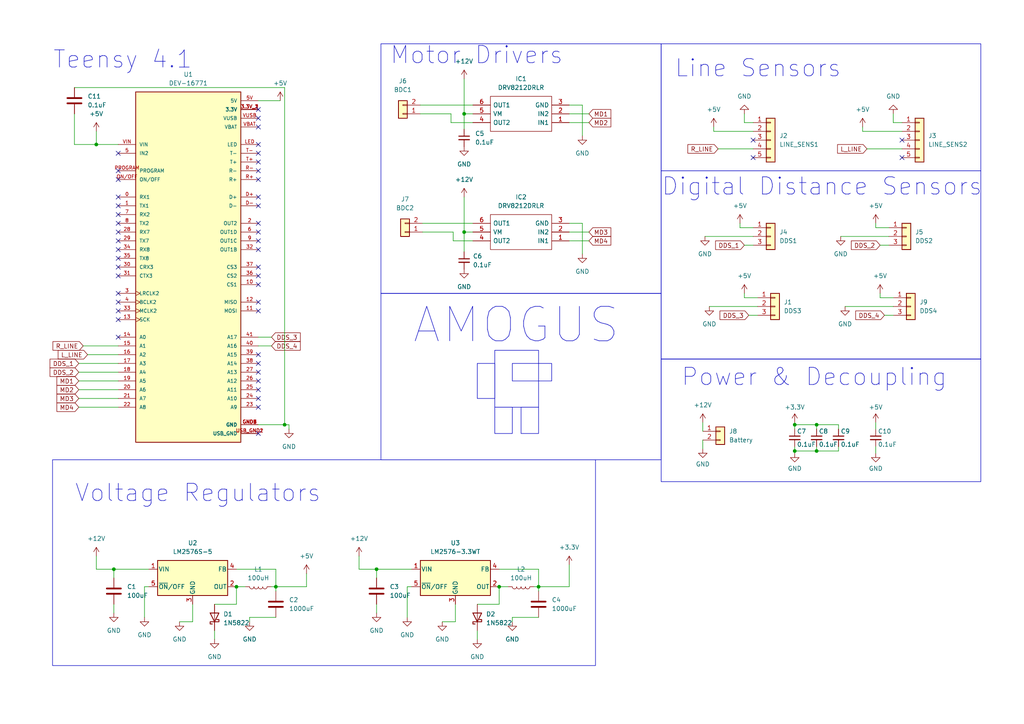
<source format=kicad_sch>
(kicad_sch (version 20230121) (generator eeschema)
  (paper "A4")
  (lib_symbols
    (symbol "C_2" (pin_numbers hide) (pin_names (offset 0.254))
      (property "Reference" "C" (at 0.635 2.54 0))
      (property "Value" "C" (at 0.635 -2.54 0))
      (symbol "C_2_0_1"
        (polyline (pts (xy -2.032 -0.762) (xy 2.032 -0.762)) (stroke (width 0.508)))
        (polyline (pts (xy -2.032 0.762) (xy 2.032 0.762)) (stroke (width 0.508)))
      )
      (symbol "C_2_1_1"
        (pin passive line (at 0 3.81 270) (length 2.794) (name "~") (number "1"))
        (pin passive line (at 0 -3.81 90) (length 2.794) (name "~") (number "2"))
      )
    )
    (symbol "C_3" (pin_numbers hide) (pin_names (offset 0.254))
      (property "Reference" "C" (at 0.635 2.54 0))
      (property "Value" "C" (at 0.635 -2.54 0))
      (symbol "C_3_0_1"
        (polyline (pts (xy -2.032 -0.762) (xy 2.032 -0.762)) (stroke (width 0.508)))
        (polyline (pts (xy -2.032 0.762) (xy 2.032 0.762)) (stroke (width 0.508)))
      )
      (symbol "C_3_1_1"
        (pin passive line (at 0 3.81 270) (length 2.794) (name "~") (number "1"))
        (pin passive line (at 0 -3.81 90) (length 2.794) (name "~") (number "2"))
      )
    )
    (symbol "C_4" (pin_numbers hide) (pin_names (offset 0.254))
      (property "Reference" "C" (at 0.635 2.54 0))
      (property "Value" "C" (at 0.635 -2.54 0))
      (symbol "C_4_0_1"
        (polyline (pts (xy -2.032 -0.762) (xy 2.032 -0.762)) (stroke (width 0.508)))
        (polyline (pts (xy -2.032 0.762) (xy 2.032 0.762)) (stroke (width 0.508)))
      )
      (symbol "C_4_1_1"
        (pin passive line (at 0 3.81 270) (length 2.794) (name "~") (number "1"))
        (pin passive line (at 0 -3.81 90) (length 2.794) (name "~") (number "2"))
      )
    )
    (symbol "Connector_Generic:Conn_01x02" (pin_names (offset 1.016) hide)
      (property "Reference" "J" (at 0 2.54 0))
      (property "Value" "Conn_01x02" (at 0 -5.08 0))
      (symbol "Conn_01x02_1_1"
        (rectangle (start -1.27 -2.413) (end 0 -2.667) (stroke (width 0.1524)))
        (rectangle (start -1.27 0.127) (end 0 -0.127) (stroke (width 0.1524)))
        (rectangle (start -1.27 1.27) (end 1.27 -3.81) (stroke (width 0.254)) (fill (type background)))
        (pin passive line (at -5.08 0 0) (length 3.81) (name "Pin_1") (number "1"))
        (pin passive line (at -5.08 -2.54 0) (length 3.81) (name "Pin_2") (number "2"))
      )
    )
    (symbol "Connector_Generic:Conn_01x03" (pin_names (offset 1.016) hide)
      (property "Reference" "J" (at 0 5.08 0))
      (property "Value" "Conn_01x03" (at 0 -5.08 0))
      (symbol "Conn_01x03_1_1"
        (rectangle (start -1.27 -2.413) (end 0 -2.667) (stroke (width 0.1524)))
        (rectangle (start -1.27 0.127) (end 0 -0.127) (stroke (width 0.1524)))
        (rectangle (start -1.27 2.667) (end 0 2.413) (stroke (width 0.1524)))
        (rectangle (start -1.27 3.81) (end 1.27 -3.81) (stroke (width 0.254)) (fill (type background)))
        (pin passive line (at -5.08 2.54 0) (length 3.81) (name "Pin_1") (number "1"))
        (pin passive line (at -5.08 0 0) (length 3.81) (name "Pin_2") (number "2"))
        (pin passive line (at -5.08 -2.54 0) (length 3.81) (name "Pin_3") (number "3"))
      )
    )
    (symbol "Connector_Generic:Conn_01x05" (pin_names (offset 1.016) hide)
      (property "Reference" "J" (at 0 7.62 0))
      (property "Value" "Conn_01x05" (at 0 -7.62 0))
      (symbol "Conn_01x05_1_1"
        (rectangle (start -1.27 -4.953) (end 0 -5.207) (stroke (width 0.1524)))
        (rectangle (start -1.27 -2.413) (end 0 -2.667) (stroke (width 0.1524)))
        (rectangle (start -1.27 0.127) (end 0 -0.127) (stroke (width 0.1524)))
        (rectangle (start -1.27 2.667) (end 0 2.413) (stroke (width 0.1524)))
        (rectangle (start -1.27 5.207) (end 0 4.953) (stroke (width 0.1524)))
        (rectangle (start -1.27 6.35) (end 1.27 -6.35) (stroke (width 0.254)) (fill (type background)))
        (pin passive line (at -5.08 5.08 0) (length 3.81) (name "Pin_1") (number "1"))
        (pin passive line (at -5.08 2.54 0) (length 3.81) (name "Pin_2") (number "2"))
        (pin passive line (at -5.08 0 0) (length 3.81) (name "Pin_3") (number "3"))
        (pin passive line (at -5.08 -2.54 0) (length 3.81) (name "Pin_4") (number "4"))
        (pin passive line (at -5.08 -5.08 0) (length 3.81) (name "Pin_5") (number "5"))
      )
    )
    (symbol "DEV-16771:DEV-16771" (pin_names (offset 1.016))
      (property "Reference" "U" (at -15.24 52.07 0))
      (property "Value" "DEV-16771" (at -15.24 -53.34 0))
      (symbol "DEV-16771_0_0"
        (rectangle (start -15.24 -50.8) (end 15.24 50.8) (stroke (width 0.254)) (fill (type background)))
        (pin bidirectional line (at -20.32 20.32 0) (length 5.08) (name "RX1") (number "0"))
        (pin bidirectional line (at -20.32 17.78 0) (length 5.08) (name "TX1") (number "1"))
        (pin bidirectional line (at 20.32 -5.08 180) (length 5.08) (name "CS1") (number "10"))
        (pin bidirectional line (at 20.32 -12.7 180) (length 5.08) (name "MOSI") (number "11"))
        (pin bidirectional line (at 20.32 -10.16 180) (length 5.08) (name "MISO") (number "12"))
        (pin bidirectional clock (at -20.32 -15.24 0) (length 5.08) (name "SCK") (number "13"))
        (pin bidirectional line (at -20.32 -20.32 0) (length 5.08) (name "A0") (number "14"))
        (pin bidirectional line (at -20.32 -22.86 0) (length 5.08) (name "A1") (number "15"))
        (pin bidirectional line (at -20.32 -25.4 0) (length 5.08) (name "A2") (number "16"))
        (pin bidirectional line (at -20.32 -27.94 0) (length 5.08) (name "A3") (number "17"))
        (pin bidirectional line (at -20.32 -30.48 0) (length 5.08) (name "A4") (number "18"))
        (pin bidirectional line (at -20.32 -33.02 0) (length 5.08) (name "A5") (number "19"))
        (pin output line (at 20.32 12.7 180) (length 5.08) (name "OUT2") (number "2"))
        (pin bidirectional line (at -20.32 -35.56 0) (length 5.08) (name "A6") (number "20"))
        (pin bidirectional line (at -20.32 -38.1 0) (length 5.08) (name "A7") (number "21"))
        (pin bidirectional line (at -20.32 -40.64 0) (length 5.08) (name "A8") (number "22"))
        (pin bidirectional line (at 20.32 -40.64 180) (length 5.08) (name "A9") (number "23"))
        (pin bidirectional line (at 20.32 -38.1 180) (length 5.08) (name "A10") (number "24"))
        (pin bidirectional line (at 20.32 -35.56 180) (length 5.08) (name "A11") (number "25"))
        (pin bidirectional line (at 20.32 -33.02 180) (length 5.08) (name "A12") (number "26"))
        (pin bidirectional line (at 20.32 -30.48 180) (length 5.08) (name "A13") (number "27"))
        (pin bidirectional line (at -20.32 10.16 0) (length 5.08) (name "RX7") (number "28"))
        (pin bidirectional line (at -20.32 7.62 0) (length 5.08) (name "TX7") (number "29"))
        (pin bidirectional clock (at -20.32 -7.62 0) (length 5.08) (name "LRCLK2") (number "3"))
        (pin power_in line (at 20.32 45.72 180) (length 5.08) (name "3.3V") (number "3.3V_1"))
        (pin power_in line (at 20.32 45.72 180) (length 5.08) (name "3.3V") (number "3.3V_2"))
        (pin power_in line (at 20.32 45.72 180) (length 5.08) (name "3.3V") (number "3.3V_3"))
        (pin bidirectional line (at -20.32 0 0) (length 5.08) (name "CRX3") (number "30"))
        (pin bidirectional line (at -20.32 -2.54 0) (length 5.08) (name "CTX3") (number "31"))
        (pin output line (at 20.32 5.08 180) (length 5.08) (name "OUT1B") (number "32"))
        (pin bidirectional clock (at -20.32 -12.7 0) (length 5.08) (name "MCLK2") (number "33"))
        (pin bidirectional line (at -20.32 5.08 0) (length 5.08) (name "RX8") (number "34"))
        (pin bidirectional line (at -20.32 2.54 0) (length 5.08) (name "TX8") (number "35"))
        (pin bidirectional line (at 20.32 -2.54 180) (length 5.08) (name "CS2") (number "36"))
        (pin bidirectional line (at 20.32 0 180) (length 5.08) (name "CS3") (number "37"))
        (pin bidirectional line (at 20.32 -27.94 180) (length 5.08) (name "A14") (number "38"))
        (pin bidirectional line (at 20.32 -25.4 180) (length 5.08) (name "A15") (number "39"))
        (pin bidirectional clock (at -20.32 -10.16 0) (length 5.08) (name "BCLK2") (number "4"))
        (pin bidirectional line (at 20.32 -22.86 180) (length 5.08) (name "A16") (number "40"))
        (pin bidirectional line (at 20.32 -20.32 180) (length 5.08) (name "A17") (number "41"))
        (pin bidirectional line (at -20.32 33.02 0) (length 5.08) (name "IN2") (number "5"))
        (pin power_in line (at 20.32 48.26 180) (length 5.08) (name "5V") (number "5V"))
        (pin output line (at 20.32 10.16 180) (length 5.08) (name "OUT1D") (number "6"))
        (pin bidirectional line (at -20.32 15.24 0) (length 5.08) (name "RX2") (number "7"))
        (pin bidirectional line (at -20.32 12.7 0) (length 5.08) (name "TX2") (number "8"))
        (pin output line (at 20.32 7.62 180) (length 5.08) (name "OUT1C") (number "9"))
        (pin bidirectional line (at 20.32 20.32 180) (length 5.08) (name "D+") (number "D+"))
        (pin bidirectional line (at 20.32 17.78 180) (length 5.08) (name "D-") (number "D-"))
        (pin power_in line (at 20.32 -45.72 180) (length 5.08) (name "GND") (number "GND1"))
        (pin power_in line (at 20.32 -45.72 180) (length 5.08) (name "GND") (number "GND2"))
        (pin power_in line (at 20.32 -45.72 180) (length 5.08) (name "GND") (number "GND3"))
        (pin power_in line (at 20.32 -45.72 180) (length 5.08) (name "GND") (number "GND4"))
        (pin power_in line (at 20.32 -45.72 180) (length 5.08) (name "GND") (number "GND5"))
        (pin bidirectional line (at 20.32 35.56 180) (length 5.08) (name "LED") (number "LED"))
        (pin bidirectional line (at -20.32 25.4 0) (length 5.08) (name "ON/OFF") (number "ON/OFF"))
        (pin bidirectional line (at -20.32 27.94 0) (length 5.08) (name "PROGRAM") (number "PROGRAM"))
        (pin bidirectional line (at 20.32 25.4 180) (length 5.08) (name "R+") (number "R+"))
        (pin bidirectional line (at 20.32 27.94 180) (length 5.08) (name "R-") (number "R-"))
        (pin bidirectional line (at 20.32 30.48 180) (length 5.08) (name "T+") (number "T+"))
        (pin bidirectional line (at 20.32 33.02 180) (length 5.08) (name "T-") (number "T-"))
        (pin power_in line (at 20.32 -48.26 180) (length 5.08) (name "USB_GND") (number "USB_GND1"))
        (pin power_in line (at 20.32 -48.26 180) (length 5.08) (name "USB_GND") (number "USB_GND2"))
        (pin passive line (at 20.32 40.64 180) (length 5.08) (name "VBAT") (number "VBAT"))
        (pin input line (at -20.32 35.56 0) (length 5.08) (name "VIN") (number "VIN"))
        (pin passive line (at 20.32 43.18 180) (length 5.08) (name "VUSB") (number "VUSB"))
      )
    )
    (symbol "DRV8212DRLR:DRV8212DRLR" (pin_names (offset 0.762))
      (property "Reference" "IC" (at 24.13 7.62 0))
      (property "Value" "DRV8212DRLR" (at 24.13 5.08 0))
      (symbol "DRV8212DRLR_0_0"
        (pin passive line (at 0 0 0) (length 5.08) (name "IN1") (number "1"))
        (pin passive line (at 0 -2.54 0) (length 5.08) (name "IN2") (number "2"))
        (pin passive line (at 0 -5.08 0) (length 5.08) (name "GND") (number "3"))
        (pin passive line (at 27.94 0 180) (length 5.08) (name "OUT2") (number "4"))
        (pin passive line (at 27.94 -2.54 180) (length 5.08) (name "VM") (number "5"))
        (pin passive line (at 27.94 -5.08 180) (length 5.08) (name "OUT1") (number "6"))
      )
      (symbol "DRV8212DRLR_0_1"
        (polyline (pts (xy 5.08 2.54) (xy 22.86 2.54) (xy 22.86 -7.62) (xy 5.08 -7.62) (xy 5.08 2.54)) (stroke (width 0.1524)))
      )
    )
    (symbol "Device:C" (pin_numbers hide) (pin_names (offset 0.254))
      (property "Reference" "C" (at 0.635 2.54 0))
      (property "Value" "C" (at 0.635 -2.54 0))
      (symbol "C_0_1"
        (polyline (pts (xy -2.032 -0.762) (xy 2.032 -0.762)) (stroke (width 0.508)))
        (polyline (pts (xy -2.032 0.762) (xy 2.032 0.762)) (stroke (width 0.508)))
      )
      (symbol "C_1_1"
        (pin passive line (at 0 3.81 270) (length 2.794) (name "~") (number "1"))
        (pin passive line (at 0 -3.81 90) (length 2.794) (name "~") (number "2"))
      )
    )
    (symbol "Device:C_Small" (pin_numbers hide) (pin_names (offset 0.254) hide)
      (property "Reference" "C" (at 0.254 1.778 0))
      (property "Value" "C_Small" (at 0.254 -2.032 0))
      (symbol "C_Small_0_1"
        (polyline (pts (xy -1.524 -0.508) (xy 1.524 -0.508)) (stroke (width 0.3302)))
        (polyline (pts (xy -1.524 0.508) (xy 1.524 0.508)) (stroke (width 0.3048)))
      )
      (symbol "C_Small_1_1"
        (pin passive line (at 0 2.54 270) (length 2.032) (name "~") (number "1"))
        (pin passive line (at 0 -2.54 90) (length 2.032) (name "~") (number "2"))
      )
    )
    (symbol "Device:L" (pin_numbers hide) (pin_names (offset 1.016) hide)
      (property "Reference" "L" (at -1.27 0 90))
      (property "Value" "L" (at 1.905 0 90))
      (symbol "L_0_1"
        (arc (start 0 -2.54) (mid 0.6323 -1.905) (end 0 -1.27))
        (arc (start 0 -1.27) (mid 0.6323 -0.635) (end 0 0))
        (arc (start 0 0) (mid 0.6323 0.635) (end 0 1.27))
        (arc (start 0 1.27) (mid 0.6323 1.905) (end 0 2.54))
      )
      (symbol "L_1_1"
        (pin passive line (at 0 3.81 270) (length 1.27) (name "1") (number "1"))
        (pin passive line (at 0 -3.81 90) (length 1.27) (name "2") (number "2"))
      )
    )
    (symbol "Diode:1N5822" (pin_numbers hide) (pin_names (offset 1.016) hide)
      (property "Reference" "D" (at 0 2.54 0))
      (property "Value" "1N5822" (at 0 -2.54 0))
      (symbol "1N5822_0_1"
        (polyline (pts (xy 1.27 0) (xy -1.27 0)))
        (polyline (pts (xy 1.27 1.27) (xy 1.27 -1.27) (xy -1.27 0) (xy 1.27 1.27)) (stroke (width 0.254)))
        (polyline (pts (xy -1.905 0.635) (xy -1.905 1.27) (xy -1.27 1.27) (xy -1.27 -1.27) (xy -0.635 -1.27) (xy -0.635 -0.635)) (stroke (width 0.254)))
      )
      (symbol "1N5822_1_1"
        (pin passive line (at -3.81 0 0) (length 2.54) (name "K") (number "1"))
        (pin passive line (at 3.81 0 180) (length 2.54) (name "A") (number "2"))
      )
    )
    (symbol "L_1" (pin_numbers hide) (pin_names (offset 1.016) hide)
      (property "Reference" "L" (at -1.27 0 90))
      (property "Value" "L" (at 1.905 0 90))
      (symbol "L_1_0_1"
        (arc (start 0 -2.54) (mid 0.6323 -1.905) (end 0 -1.27))
        (arc (start 0 -1.27) (mid 0.6323 -0.635) (end 0 0))
        (arc (start 0 0) (mid 0.6323 0.635) (end 0 1.27))
        (arc (start 0 1.27) (mid 0.6323 1.905) (end 0 2.54))
      )
      (symbol "L_1_1_1"
        (pin passive line (at 0 3.81 270) (length 1.27) (name "1") (number "1"))
        (pin passive line (at 0 -3.81 90) (length 1.27) (name "2") (number "2"))
      )
    )
    (symbol "Regulator_Switching:LM2576S-5" (pin_names (offset 0.254))
      (property "Reference" "U" (at -10.16 6.35 0))
      (property "Value" "LM2576S-5" (at 0 6.35 0))
      (symbol "LM2576S-5_0_1"
        (rectangle (start -10.16 5.08) (end 10.16 -5.08) (stroke (width 0.254)) (fill (type background)))
      )
      (symbol "LM2576S-5_1_1"
        (pin power_in line (at -12.7 2.54 0) (length 2.54) (name "VIN") (number "1"))
        (pin output line (at 12.7 -2.54 180) (length 2.54) (name "OUT") (number "2"))
        (pin power_in line (at 0 -7.62 90) (length 2.54) (name "GND") (number "3"))
        (pin input line (at 12.7 2.54 180) (length 2.54) (name "FB") (number "4"))
        (pin input line (at -12.7 -2.54 0) (length 2.54) (name "~{ON}/OFF") (number "5"))
      )
    )
    (symbol "power:+12V" (power) (pin_names (offset 0))
      (property "Value" "+12V" (at 0 3.556 0))
      (symbol "+12V_0_1"
        (polyline (pts (xy -0.762 1.27) (xy 0 2.54)))
        (polyline (pts (xy 0 0) (xy 0 2.54)))
        (polyline (pts (xy 0 2.54) (xy 0.762 1.27)))
      )
      (symbol "+12V_1_1"
        (pin power_in line (at 0 0 90) (length 0) hide (name "+12V") (number "1"))
      )
    )
    (symbol "power:+3.3V" (power) (pin_names (offset 0))
      (property "Value" "+3.3V" (at 0 3.556 0))
      (symbol "+3.3V_0_1"
        (polyline (pts (xy -0.762 1.27) (xy 0 2.54)))
        (polyline (pts (xy 0 0) (xy 0 2.54)))
        (polyline (pts (xy 0 2.54) (xy 0.762 1.27)))
      )
      (symbol "+3.3V_1_1"
        (pin power_in line (at 0 0 90) (length 0) hide (name "+3.3V") (number "1"))
      )
    )
    (symbol "power:+5V" (power) (pin_names (offset 0))
      (property "Value" "+5V" (at 0 3.556 0))
      (symbol "+5V_0_1"
        (polyline (pts (xy -0.762 1.27) (xy 0 2.54)))
        (polyline (pts (xy 0 0) (xy 0 2.54)))
        (polyline (pts (xy 0 2.54) (xy 0.762 1.27)))
      )
      (symbol "+5V_1_1"
        (pin power_in line (at 0 0 90) (length 0) hide (name "+5V") (number "1"))
      )
    )
    (symbol "power:GND" (power) (pin_names (offset 0))
      (property "Value" "GND" (at 0 -3.81 0))
      (symbol "GND_0_1"
        (polyline (pts (xy 0 0) (xy 0 -1.27) (xy 1.27 -1.27) (xy 0 -2.54) (xy -1.27 -1.27) (xy 0 -1.27)))
      )
      (symbol "GND_1_1"
        (pin power_in line (at 0 0 270) (length 0) hide (name "GND") (number "1"))
      )
    )
  )
  (junction (at 236.855 123.19))
  (junction (at 230.505 130.81))
  (junction (at 68.58 170.18))
  (junction (at 134.62 33.02))
  (junction (at 109.22 165.1))
  (junction (at 33.02 165.1))
  (junction (at 134.62 67.31))
  (junction (at 236.855 130.81))
  (junction (at 82.55 123.19))
  (junction (at 144.78 170.18))
  (junction (at 156.21 170.18))
  (junction (at 80.01 170.18))
  (junction (at 230.505 123.19))
  (junction (at 27.94 41.91))
  (no_connect (at 34.29 92.71))
  (no_connect (at 34.29 87.63))
  (no_connect (at 74.93 41.91))
  (no_connect (at 74.93 49.53))
  (no_connect (at 74.93 77.47))
  (no_connect (at 34.29 85.09))
  (no_connect (at 34.29 59.69))
  (no_connect (at 74.93 110.49))
  (no_connect (at 218.44 40.64))
  (no_connect (at 34.29 64.77))
  (no_connect (at 34.29 72.39))
  (no_connect (at 74.93 72.39))
  (no_connect (at 34.29 57.15))
  (no_connect (at 74.93 59.69))
  (no_connect (at 34.29 74.93))
  (no_connect (at 34.29 67.31))
  (no_connect (at 34.29 80.01))
  (no_connect (at 74.93 115.57))
  (no_connect (at 74.93 87.63))
  (no_connect (at 34.29 44.45))
  (no_connect (at 74.93 107.95))
  (no_connect (at 74.93 82.55))
  (no_connect (at 74.93 34.29))
  (no_connect (at 34.29 49.53))
  (no_connect (at 74.93 118.11))
  (no_connect (at 74.93 44.45))
  (no_connect (at 74.93 52.07))
  (no_connect (at 74.93 67.31))
  (no_connect (at 74.93 90.17))
  (no_connect (at 74.93 31.75))
  (no_connect (at 261.62 45.72))
  (no_connect (at 74.93 57.15))
  (no_connect (at 34.29 90.17))
  (no_connect (at 74.93 125.73))
  (no_connect (at 74.93 80.01))
  (no_connect (at 74.93 105.41))
  (no_connect (at 74.93 64.77))
  (no_connect (at 34.29 77.47))
  (no_connect (at 74.93 113.03))
  (no_connect (at 261.62 40.64))
  (no_connect (at 74.93 36.83))
  (no_connect (at 218.44 45.72))
  (no_connect (at 34.29 52.07))
  (no_connect (at 34.29 62.23))
  (no_connect (at 74.93 102.87))
  (no_connect (at 74.93 46.99))
  (no_connect (at 74.93 69.85))
  (no_connect (at 34.29 97.79))
  (no_connect (at 34.29 69.85))
  (wire (pts (xy 138.43 182.88) (xy 138.43 185.42)))
  (wire (pts (xy 156.21 179.07) (xy 148.59 179.07)))
  (wire (pts (xy 215.9 33.02) (xy 215.9 35.56)))
  (wire (pts (xy 121.92 33.02) (xy 130.81 33.02)))
  (wire (pts (xy 236.855 129.54) (xy 236.855 130.81)))
  (wire (pts (xy 104.14 161.29) (xy 104.14 165.1)))
  (wire (pts (xy 156.21 170.18) (xy 156.21 171.45)))
  (wire (pts (xy 214.63 66.04) (xy 218.44 66.04)))
  (wire (pts (xy 131.445 69.85) (xy 131.445 67.31)))
  (wire (pts (xy 215.9 35.56) (xy 218.44 35.56)))
  (wire (pts (xy 27.94 165.1) (xy 33.02 165.1)))
  (wire (pts (xy 256.54 91.44) (xy 259.08 91.44)))
  (wire (pts (xy 22.86 107.95) (xy 34.29 107.95)))
  (wire (pts (xy 122.555 64.77) (xy 137.16 64.77)))
  (wire (pts (xy 43.18 170.18) (xy 41.91 170.18)))
  (wire (pts (xy 144.78 165.1) (xy 156.21 165.1)))
  (wire (pts (xy 21.59 25.4) (xy 82.55 25.4)))
  (wire (pts (xy 156.21 170.18) (xy 165.1 170.18)))
  (wire (pts (xy 104.14 165.1) (xy 109.22 165.1)))
  (wire (pts (xy 215.9 85.09) (xy 215.9 86.36)))
  (wire (pts (xy 255.27 86.36) (xy 259.08 86.36)))
  (wire (pts (xy 144.78 170.18) (xy 147.32 170.18)))
  (wire (pts (xy 214.63 64.77) (xy 214.63 66.04)))
  (wire (pts (xy 205.74 88.9) (xy 219.71 88.9)))
  (wire (pts (xy 22.86 113.03) (xy 34.29 113.03)))
  (wire (pts (xy 72.39 179.07) (xy 72.39 180.34)))
  (wire (pts (xy 74.93 100.33) (xy 78.74 100.33)))
  (wire (pts (xy 215.9 71.12) (xy 218.44 71.12)))
  (wire (pts (xy 80.01 165.1) (xy 80.01 170.18)))
  (wire (pts (xy 218.44 38.1) (xy 207.01 38.1)))
  (wire (pts (xy 118.11 170.18) (xy 118.11 179.07)))
  (wire (pts (xy 230.505 123.19) (xy 230.505 124.46)))
  (wire (pts (xy 254 64.77) (xy 254 66.04)))
  (wire (pts (xy 74.93 97.79) (xy 78.74 97.79)))
  (wire (pts (xy 215.9 86.36) (xy 219.71 86.36)))
  (wire (pts (xy 82.55 25.4) (xy 82.55 123.19)))
  (wire (pts (xy 134.62 57.15) (xy 134.62 67.31)))
  (wire (pts (xy 230.505 130.81) (xy 230.505 131.445)))
  (wire (pts (xy 243.205 129.54) (xy 243.205 130.81)))
  (wire (pts (xy 132.08 180.34) (xy 128.27 180.34)))
  (wire (pts (xy 109.22 165.1) (xy 119.38 165.1)))
  (wire (pts (xy 259.08 35.56) (xy 261.62 35.56)))
  (wire (pts (xy 243.205 123.19) (xy 236.855 123.19)))
  (wire (pts (xy 74.93 29.21) (xy 81.28 29.21)))
  (wire (pts (xy 165.1 33.02) (xy 170.815 33.02)))
  (wire (pts (xy 165.1 163.83) (xy 165.1 170.18)))
  (wire (pts (xy 236.855 130.81) (xy 243.205 130.81)))
  (wire (pts (xy 80.01 179.07) (xy 72.39 179.07)))
  (wire (pts (xy 156.21 165.1) (xy 156.21 170.18)))
  (wire (pts (xy 22.86 118.11) (xy 34.29 118.11)))
  (wire (pts (xy 168.91 30.48) (xy 168.91 39.37)))
  (wire (pts (xy 55.88 180.34) (xy 52.07 180.34)))
  (wire (pts (xy 203.835 127.635) (xy 203.835 130.175)))
  (wire (pts (xy 243.205 124.46) (xy 243.205 123.19)))
  (wire (pts (xy 62.23 182.88) (xy 62.23 185.42)))
  (wire (pts (xy 203.835 125.095) (xy 203.835 122.555)))
  (wire (pts (xy 78.74 170.18) (xy 80.01 170.18)))
  (wire (pts (xy 55.88 175.26) (xy 55.88 180.34)))
  (wire (pts (xy 255.27 85.09) (xy 255.27 86.36)))
  (wire (pts (xy 80.01 170.18) (xy 80.01 171.45)))
  (wire (pts (xy 21.59 41.91) (xy 27.94 41.91)))
  (wire (pts (xy 27.94 41.91) (xy 34.29 41.91)))
  (wire (pts (xy 208.28 43.18) (xy 218.44 43.18)))
  (wire (pts (xy 83.82 123.19) (xy 83.82 124.46)))
  (wire (pts (xy 165.1 64.77) (xy 168.91 64.77)))
  (wire (pts (xy 230.505 130.81) (xy 236.855 130.81)))
  (wire (pts (xy 109.22 175.26) (xy 109.22 177.8)))
  (wire (pts (xy 144.78 175.26) (xy 144.78 170.18)))
  (wire (pts (xy 119.38 170.18) (xy 118.11 170.18)))
  (wire (pts (xy 68.58 165.1) (xy 80.01 165.1)))
  (wire (pts (xy 165.1 35.56) (xy 170.815 35.56)))
  (wire (pts (xy 27.94 41.91) (xy 27.94 38.1)))
  (wire (pts (xy 168.91 30.48) (xy 165.1 30.48)))
  (wire (pts (xy 243.84 68.58) (xy 257.81 68.58)))
  (wire (pts (xy 21.59 33.02) (xy 21.59 41.91)))
  (wire (pts (xy 230.505 129.54) (xy 230.505 130.81)))
  (wire (pts (xy 254 66.04) (xy 257.81 66.04)))
  (wire (pts (xy 134.62 22.86) (xy 134.62 33.02)))
  (wire (pts (xy 121.92 30.48) (xy 137.16 30.48)))
  (wire (pts (xy 130.81 33.02) (xy 130.81 35.56)))
  (wire (pts (xy 254 122.555) (xy 254 124.46)))
  (wire (pts (xy 207.01 38.1) (xy 207.01 36.83)))
  (wire (pts (xy 41.91 170.18) (xy 41.91 179.07)))
  (wire (pts (xy 22.86 110.49) (xy 34.29 110.49)))
  (wire (pts (xy 68.58 170.18) (xy 71.12 170.18)))
  (wire (pts (xy 137.16 69.85) (xy 131.445 69.85)))
  (wire (pts (xy 33.02 165.1) (xy 33.02 167.64)))
  (wire (pts (xy 204.47 68.58) (xy 218.44 68.58)))
  (wire (pts (xy 33.02 165.1) (xy 43.18 165.1)))
  (wire (pts (xy 230.505 122.555) (xy 230.505 123.19)))
  (wire (pts (xy 80.01 170.18) (xy 88.9 170.18)))
  (wire (pts (xy 148.59 179.07) (xy 148.59 180.34)))
  (wire (pts (xy 24.13 100.33) (xy 34.29 100.33)))
  (wire (pts (xy 25.4 102.87) (xy 34.29 102.87)))
  (wire (pts (xy 254 129.54) (xy 254 131.445)))
  (wire (pts (xy 88.9 166.37) (xy 88.9 170.18)))
  (wire (pts (xy 22.86 105.41) (xy 34.29 105.41)))
  (wire (pts (xy 154.94 170.18) (xy 156.21 170.18)))
  (wire (pts (xy 236.855 123.19) (xy 230.505 123.19)))
  (wire (pts (xy 259.08 33.02) (xy 259.08 35.56)))
  (wire (pts (xy 68.58 175.26) (xy 68.58 170.18)))
  (wire (pts (xy 82.55 123.19) (xy 83.82 123.19)))
  (wire (pts (xy 251.46 43.18) (xy 261.62 43.18)))
  (wire (pts (xy 138.43 175.26) (xy 144.78 175.26)))
  (wire (pts (xy 131.445 67.31) (xy 122.555 67.31)))
  (wire (pts (xy 22.86 115.57) (xy 34.29 115.57)))
  (wire (pts (xy 245.11 88.9) (xy 259.08 88.9)))
  (wire (pts (xy 250.19 38.1) (xy 250.19 36.83)))
  (wire (pts (xy 134.62 33.02) (xy 134.62 37.465)))
  (wire (pts (xy 217.17 91.44) (xy 219.71 91.44)))
  (wire (pts (xy 137.16 67.31) (xy 134.62 67.31)))
  (wire (pts (xy 109.22 165.1) (xy 109.22 167.64)))
  (wire (pts (xy 236.855 123.19) (xy 236.855 124.46)))
  (wire (pts (xy 165.1 67.31) (xy 170.815 67.31)))
  (wire (pts (xy 27.94 161.29) (xy 27.94 165.1)))
  (wire (pts (xy 74.93 123.19) (xy 82.55 123.19)))
  (wire (pts (xy 130.81 35.56) (xy 137.16 35.56)))
  (wire (pts (xy 261.62 38.1) (xy 250.19 38.1)))
  (wire (pts (xy 134.62 67.31) (xy 134.62 73.025)))
  (wire (pts (xy 168.91 73.66) (xy 168.91 64.77)))
  (wire (pts (xy 33.02 175.26) (xy 33.02 177.8)))
  (wire (pts (xy 165.1 69.85) (xy 170.815 69.85)))
  (wire (pts (xy 132.08 175.26) (xy 132.08 180.34)))
  (wire (pts (xy 255.27 71.12) (xy 257.81 71.12)))
  (wire (pts (xy 134.62 33.02) (xy 137.16 33.02)))
  (wire (pts (xy 62.23 175.26) (xy 68.58 175.26)))
  (rectangle (start 143.51 118.11) (end 148.59 125.73))
  (rectangle (start 148.59 105.41) (end 160.02 110.49))
  (rectangle (start 143.51 101.6) (end 156.21 118.11))
  (rectangle (start 151.13 118.11) (end 156.21 125.73))
  (rectangle (start 191.77 12.7) (end 284.48 49.53))
  (rectangle (start 110.49 85.09) (end 191.77 133.35))
  (rectangle (start 110.49 12.7) (end 191.77 85.09))
  (rectangle (start 191.77 49.53) (end 284.48 104.14))
  (rectangle (start 138.43 105.41) (end 143.51 115.57))
  (rectangle (start 15.24 133.35) (end 172.72 193.04))
  (rectangle (start 191.77 104.14) (end 284.48 139.7))
  (text "Power & Decoupling" (at 197.485 112.395 0) (effects (font (size 5 5)) (justify left bottom)))
  (text "Line Sensors" (at 195.58 22.86 0) (effects (font (size 5 5)) (justify left bottom)))
  (text "Teensy 4.1" (at 15.24 20.32 0) (effects (font (size 5 5)) (justify left bottom)))
  (text "Voltage Regulators" (at 21.59 146.05 0) (effects (font (size 5 5)) (justify left bottom)))
  (text "AMOGUS" (at 119.38 100.33 0) (effects (font (size 10 10)) (justify left bottom)))
  (text "Motor Drivers\n" (at 113.03 19.05 0) (effects (font (size 5 5)) (justify left bottom)))
  (text "Digital Distance Sensors\n" (at 191.77 57.15 0) (effects (font (size 5 5)) (justify left bottom)))
  (global_label "MD3" (shape input) (at 22.86 115.57 180) (property "Intersheetrefs" "${INTERSHEET_REFS}" (effects hide)))
  (global_label "DDS_1" (shape input) (at 22.86 105.41 180) (property "Intersheetrefs" "${INTERSHEET_REFS}" (effects hide)))
  (global_label "DDS_2" (shape input) (at 22.86 107.95 180) (property "Intersheetrefs" "${INTERSHEET_REFS}" (effects hide)))
  (global_label "MD4" (shape input) (at 170.815 69.85 0) (property "Intersheetrefs" "${INTERSHEET_REFS}" (effects hide)))
  (global_label "DDS_3" (shape input) (at 217.17 91.44 180) (property "Intersheetrefs" "${INTERSHEET_REFS}" (effects hide)))
  (global_label "L_LINE" (shape input) (at 25.4 102.87 180) (property "Intersheetrefs" "${INTERSHEET_REFS}" (effects hide)))
  (global_label "R_LINE" (shape input) (at 208.28 43.18 180) (property "Intersheetrefs" "${INTERSHEET_REFS}" (effects hide)))
  (global_label "MD1" (shape input) (at 22.86 110.49 180) (property "Intersheetrefs" "${INTERSHEET_REFS}" (effects hide)))
  (global_label "DDS_1" (shape input) (at 215.9 71.12 180) (property "Intersheetrefs" "${INTERSHEET_REFS}" (effects hide)))
  (global_label "MD2" (shape input) (at 170.815 35.56 0) (property "Intersheetrefs" "${INTERSHEET_REFS}" (effects hide)))
  (global_label "MD4" (shape input) (at 22.86 118.11 180) (property "Intersheetrefs" "${INTERSHEET_REFS}" (effects hide)))
  (global_label "MD2" (shape input) (at 22.86 113.03 180) (property "Intersheetrefs" "${INTERSHEET_REFS}" (effects hide)))
  (global_label "R_LINE" (shape input) (at 24.13 100.33 180) (property "Intersheetrefs" "${INTERSHEET_REFS}" (effects hide)))
  (global_label "MD1" (shape input) (at 170.815 33.02 0) (property "Intersheetrefs" "${INTERSHEET_REFS}" (effects hide)))
  (global_label "DDS_3" (shape input) (at 78.74 97.79 0) (property "Intersheetrefs" "${INTERSHEET_REFS}" (effects hide)))
  (global_label "MD3" (shape input) (at 170.815 67.31 0) (property "Intersheetrefs" "${INTERSHEET_REFS}" (effects hide)))
  (global_label "L_LINE" (shape input) (at 251.46 43.18 180) (property "Intersheetrefs" "${INTERSHEET_REFS}" (effects hide)))
  (global_label "DDS_4" (shape input) (at 78.74 100.33 0) (property "Intersheetrefs" "${INTERSHEET_REFS}" (effects hide)))
  (global_label "DDS_4" (shape input) (at 256.54 91.44 180) (property "Intersheetrefs" "${INTERSHEET_REFS}" (effects hide)))
  (global_label "DDS_2" (shape input) (at 255.27 71.12 180) (property "Intersheetrefs" "${INTERSHEET_REFS}" (effects hide)))
  (symbol (lib_id "power:GND") (at 243.84 68.58 0) (unit 1)
    (property "Reference" "#PWR09" (effects hide))
    (property "Value" "GND" (at 243.84 73.66 0))
  )
  (symbol (lib_id "Connector_Generic:Conn_01x03") (at 264.16 88.9 0) (unit 1)
    (property "Reference" "J9" (at 266.7 87.63 0) (effects (justify left)))
    (property "Value" "DDS4" (at 266.7 90.17 0) (effects (justify left)))
  )
  (symbol (lib_id "power:GND") (at 134.62 78.105 0) (unit 1)
    (property "Reference" "#PWR028" (effects hide))
    (property "Value" "GND" (at 134.62 83.185 0))
  )
  (symbol (lib_id "Device:C_Small") (at 134.62 75.565 0) (unit 1)
    (property "Reference" "C6" (at 137.16 74.3012 0) (effects (justify left)))
    (property "Value" "0.1uF" (at 137.16 76.8412 0) (effects (justify left)))
    (property "Footprint" "Capacitor_SMD:C_0201_0603Metric" (effects hide))
  )
  (symbol (lib_id "power:+12V") (at 203.835 122.555 0) (unit 1)
    (property "Reference" "#PWR031" (effects hide))
    (property "Value" "+12V" (at 203.835 117.475 0))
  )
  (symbol (lib_id "Connector_Generic:Conn_01x03") (at 224.79 88.9 0) (unit 1)
    (property "Reference" "J1" (at 227.33 87.63 0) (effects (justify left)))
    (property "Value" "DDS3" (at 227.33 90.17 0) (effects (justify left)))
  )
  (symbol (lib_id "power:GND") (at 33.02 177.8 0) (unit 1)
    (property "Reference" "#PWR012" (effects hide))
    (property "Value" "GND" (at 33.02 182.88 0))
  )
  (symbol (lib_id "Connector_Generic:Conn_01x03") (at 223.52 68.58 0) (unit 1)
    (property "Reference" "J4" (at 226.06 67.31 0) (effects (justify left)))
    (property "Value" "DDS1" (at 226.06 69.85 0) (effects (justify left)))
  )
  (symbol (lib_id "DRV8212DRLR:DRV8212DRLR") (at 165.1 69.85 180) (unit 1)
    (property "Reference" "IC2" (at 151.13 57.15 0))
    (property "Value" "DRV8212DRLR" (at 151.13 59.69 0))
    (property "Footprint" "RatatoulliLibrary:SOTFL50P160X60-6N" (effects hide))
    (property "Datasheet" "https://www.ti.com/lit/ds/symlink/drv8212.pdf?ts=1631761675954&ref_url=https%253A%252F%252Fwww.ti.com%252Fstore%252Fti%252Fen%252Fp%252Fproduct%252F%253Fp%253DDRV8212DRLR%2526keyMatch%253DDRV8212DRLR%2526tisearch%253Dsearch-everything%2526usecase%253DOPN" (effects hide))
    (property "Description" "Motor / Motion / Ignition Controllers & Drivers 12-V, 2-A Low voltage H-bridge motor driver" (effects hide))
    (property "Height" "0.6" (effects hide))
    (property "Manufacturer_Name" "Texas Instruments" (effects hide))
    (property "Manufacturer_Part_Number" "DRV8212DRLR" (effects hide))
    (property "Mouser Part Number" "595-DRV8212DRLR" (effects hide))
    (property "Mouser Price/Stock" "https://www.mouser.co.uk/ProductDetail/Texas-Instruments/DRV8212DRLR?qs=7D1LtPJG0i3wtDTC%2FUQdKg%3D%3D" (effects hide))
  )
  (symbol (lib_id "power:GND") (at 215.9 33.02 0) (mirror x) (unit 1)
    (property "Reference" "#PWR04" (effects hide))
    (property "Value" "GND" (at 215.9 27.94 0))
  )
  (symbol (lib_id "Connector_Generic:Conn_01x02") (at 208.915 125.095 0) (unit 1)
    (property "Reference" "J8" (at 211.455 125.0949 0) (effects (justify left)))
    (property "Value" "Battery" (at 211.455 127.6349 0) (effects (justify left)))
  )
  (symbol (lib_id "power:GND") (at 148.59 180.34 0) (unit 1)
    (property "Reference" "#PWR023" (effects hide))
    (property "Value" "GND" (at 148.59 185.42 0))
  )
  (symbol (lib_id "power:+3.3V") (at 165.1 163.83 0) (unit 1)
    (property "Reference" "#PWR024" (effects hide))
    (property "Value" "+3.3V" (at 165.1 158.75 0))
  )
  (symbol (lib_id "power:GND") (at 245.11 88.9 0) (unit 1)
    (property "Reference" "#PWR040" (effects hide))
    (property "Value" "GND" (at 245.11 93.98 0))
  )
  (symbol (lib_id "power:+12V") (at 104.14 161.29 0) (unit 1)
    (property "Reference" "#PWR018" (effects hide))
    (property "Value" "+12V" (at 104.14 156.21 0))
  )
  (symbol (lib_id "Device:L") (at 151.13 170.18 270) (unit 1)
    (property "Reference" "L2" (at 151.13 165.1 90))
    (property "Value" "100uH" (at 151.13 167.64 90))
  )
  (symbol (lib_id "Device:C_Small") (at 230.505 127 0) (unit 1)
    (property "Reference" "C7" (at 231.14 125.095 0) (effects (justify left)))
    (property "Value" "0.1uF" (at 231.14 128.905 0) (effects (justify left)))
    (property "Footprint" "Capacitor_SMD:C_0201_0603Metric" (effects hide))
  )
  (symbol (lib_id "power:+12V") (at 134.62 22.86 0) (unit 1)
    (property "Reference" "#PWR025" (effects hide))
    (property "Value" "+12V" (at 134.62 17.78 0))
  )
  (symbol (lib_id "Connector_Generic:Conn_01x02") (at 117.475 67.31 180) (unit 1)
    (property "Reference" "J7" (at 117.475 57.785 0))
    (property "Value" "BDC2" (at 117.475 60.325 0))
  )
  (symbol (lib_name "C_4") (lib_id "Device:C") (at 33.02 171.45 0) (unit 1)
    (property "Reference" "C1" (at 36.83 170.18 0) (effects (justify left)))
    (property "Value" "100uF" (at 36.83 172.72 0) (effects (justify left)))
  )
  (symbol (lib_id "power:GND") (at 134.62 42.545 0) (unit 1)
    (property "Reference" "#PWR026" (effects hide))
    (property "Value" "GND" (at 134.62 47.625 0))
  )
  (symbol (lib_id "power:GND") (at 168.91 39.37 0) (unit 1)
    (property "Reference" "#PWR029" (effects hide))
    (property "Value" "GND" (at 168.91 44.45 0))
  )
  (symbol (lib_id "power:GND") (at 41.91 179.07 0) (unit 1)
    (property "Reference" "#PWR013" (effects hide))
    (property "Value" "GND" (at 41.91 184.15 0))
  )
  (symbol (lib_id "power:+12V") (at 27.94 161.29 0) (unit 1)
    (property "Reference" "#PWR011" (effects hide))
    (property "Value" "+12V" (at 27.94 156.21 0))
  )
  (symbol (lib_id "Diode:1N5822") (at 138.43 179.07 90) (unit 1)
    (property "Reference" "D2" (at 140.97 178.1175 90) (effects (justify right)))
    (property "Value" "1N5822" (at 140.97 180.6575 90) (effects (justify right)))
    (property "Footprint" "Diode_THT:D_DO-201AD_P15.24mm_Horizontal" (effects hide))
    (property "Datasheet" "http://www.vishay.com/docs/88526/1n5820.pdf" (effects hide))
  )
  (symbol (lib_id "power:+12V") (at 134.62 57.15 0) (unit 1)
    (property "Reference" "#PWR027" (effects hide))
    (property "Value" "+12V" (at 134.62 52.07 0))
  )
  (symbol (lib_id "power:GND") (at 83.82 124.46 0) (unit 1)
    (property "Reference" "#PWR01" (effects hide))
    (property "Value" "GND" (at 83.82 129.54 0))
  )
  (symbol (lib_name "C_3") (lib_id "Device:C") (at 80.01 175.26 0) (unit 1)
    (property "Reference" "C2" (at 83.82 173.99 0) (effects (justify left)))
    (property "Value" "1000uF" (at 83.82 176.53 0) (effects (justify left)))
  )
  (symbol (lib_id "power:GND") (at 204.47 68.58 0) (unit 1)
    (property "Reference" "#PWR07" (effects hide))
    (property "Value" "GND" (at 204.47 73.66 0))
  )
  (symbol (lib_id "Diode:1N5822") (at 62.23 179.07 90) (unit 1)
    (property "Reference" "D1" (at 64.77 178.1175 90) (effects (justify right)))
    (property "Value" "1N5822" (at 64.77 180.6575 90) (effects (justify right)))
    (property "Footprint" "Diode_THT:D_DO-201AD_P15.24mm_Horizontal" (effects hide))
    (property "Datasheet" "http://www.vishay.com/docs/88526/1n5820.pdf" (effects hide))
  )
  (symbol (lib_id "power:+5V") (at 27.94 38.1 0) (unit 1)
    (property "Reference" "#PWR037" (effects hide))
    (property "Value" "+5V" (at 27.94 33.02 0))
  )
  (symbol (lib_id "power:GND") (at 205.74 88.9 0) (unit 1)
    (property "Reference" "#PWR038" (effects hide))
    (property "Value" "GND" (at 205.74 93.98 0))
  )
  (symbol (lib_id "Device:C_Small") (at 243.205 127 0) (unit 1)
    (property "Reference" "C9" (at 243.84 125.095 0) (effects (justify left)))
    (property "Value" "0.1uF" (at 243.84 128.905 0) (effects (justify left)))
    (property "Footprint" "Capacitor_SMD:C_0201_0603Metric" (effects hide))
  )
  (symbol (lib_id "power:GND") (at 109.22 177.8 0) (unit 1)
    (property "Reference" "#PWR019" (effects hide))
    (property "Value" "GND" (at 109.22 182.88 0))
  )
  (symbol (lib_id "power:GND") (at 138.43 185.42 0) (unit 1)
    (property "Reference" "#PWR022" (effects hide))
    (property "Value" "GND" (at 138.43 190.5 0))
  )
  (symbol (lib_id "power:+5V") (at 214.63 64.77 0) (unit 1)
    (property "Reference" "#PWR08" (effects hide))
    (property "Value" "+5V" (at 214.63 59.69 0))
  )
  (symbol (lib_id "power:+5V") (at 215.9 85.09 0) (unit 1)
    (property "Reference" "#PWR039" (effects hide))
    (property "Value" "+5V" (at 215.9 80.01 0))
  )
  (symbol (lib_id "power:+3.3V") (at 230.505 122.555 0) (unit 1)
    (property "Reference" "#PWR033" (effects hide))
    (property "Value" "+3.3V" (at 230.505 118.11 0))
  )
  (symbol (lib_id "Regulator_Switching:LM2576S-5") (at 55.88 167.64 0) (unit 1)
    (property "Reference" "U2" (at 55.88 157.48 0))
    (property "Value" "LM2576S-5" (at 55.88 160.02 0))
    (property "Footprint" "Package_TO_SOT_SMD:TO-263-5_TabPin3" (effects hide))
    (property "Datasheet" "http://www.ti.com/lit/ds/symlink/lm2576.pdf" (effects hide))
  )
  (symbol (lib_id "Connector_Generic:Conn_01x05") (at 266.7 40.64 0) (unit 1)
    (property "Reference" "J3" (at 269.24 39.37 0) (effects (justify left)))
    (property "Value" "LINE_SENS2" (at 269.24 41.91 0) (effects (justify left)))
  )
  (symbol (lib_id "power:GND") (at 72.39 180.34 0) (unit 1)
    (property "Reference" "#PWR016" (effects hide))
    (property "Value" "GND" (at 72.39 185.42 0))
  )
  (symbol (lib_id "Device:C") (at 109.22 171.45 0) (unit 1)
    (property "Reference" "C3" (at 113.03 170.18 0) (effects (justify left)))
    (property "Value" "100uF" (at 113.03 172.72 0) (effects (justify left)))
  )
  (symbol (lib_id "power:GND") (at 203.835 130.175 0) (unit 1)
    (property "Reference" "#PWR032" (effects hide))
    (property "Value" "GND" (at 203.835 134.62 0))
  )
  (symbol (lib_id "power:GND") (at 52.07 180.34 0) (unit 1)
    (property "Reference" "#PWR015" (effects hide))
    (property "Value" "GND" (at 52.07 185.42 0))
  )
  (symbol (lib_id "power:+5V") (at 255.27 85.09 0) (unit 1)
    (property "Reference" "#PWR041" (effects hide))
    (property "Value" "+5V" (at 255.27 80.01 0))
  )
  (symbol (lib_id "power:GND") (at 259.08 33.02 0) (mirror x) (unit 1)
    (property "Reference" "#PWR06" (effects hide))
    (property "Value" "GND" (at 259.08 27.94 0))
  )
  (symbol (lib_id "Regulator_Switching:LM2576S-5") (at 132.08 167.64 0) (unit 1)
    (property "Reference" "U3" (at 132.08 157.48 0))
    (property "Value" "LM2576-3.3WT" (at 132.08 160.02 0))
    (property "Footprint" "Package_TO_SOT_SMD:TO-263-5_TabPin3" (effects hide))
    (property "Datasheet" "http://www.ti.com/lit/ds/symlink/lm2576.pdf" (effects hide))
  )
  (symbol (lib_id "Device:C_Small") (at 236.855 127 0) (unit 1)
    (property "Reference" "C8" (at 237.49 125.095 0) (effects (justify left)))
    (property "Value" "0.1uF" (at 237.49 128.905 0) (effects (justify left)))
    (property "Footprint" "Capacitor_SMD:C_0201_0603Metric" (effects hide))
  )
  (symbol (lib_id "power:+5V") (at 254 122.555 0) (unit 1)
    (property "Reference" "#PWR035" (effects hide))
    (property "Value" "+5V" (at 254 118.11 0))
  )
  (symbol (lib_id "Device:C") (at 156.21 175.26 0) (unit 1)
    (property "Reference" "C4" (at 160.02 173.99 0) (effects (justify left)))
    (property "Value" "1000uF" (at 160.02 176.53 0) (effects (justify left)))
  )
  (symbol (lib_id "power:+5V") (at 88.9 166.37 0) (unit 1)
    (property "Reference" "#PWR017" (effects hide))
    (property "Value" "+5V" (at 88.9 161.29 0))
  )
  (symbol (lib_id "Device:C_Small") (at 254 127 0) (unit 1)
    (property "Reference" "C10" (at 254.635 125.095 0) (effects (justify left)))
    (property "Value" "0.1uF" (at 254.635 128.905 0) (effects (justify left)))
    (property "Footprint" "Capacitor_SMD:C_0201_0603Metric" (effects hide))
  )
  (symbol (lib_id "power:GND") (at 254 131.445 0) (unit 1)
    (property "Reference" "#PWR036" (effects hide))
    (property "Value" "GND" (at 254 135.89 0))
  )
  (symbol (lib_id "power:+5V") (at 207.01 36.83 0) (unit 1)
    (property "Reference" "#PWR03" (effects hide))
    (property "Value" "+5V" (at 207.01 31.75 0))
  )
  (symbol (lib_name "L_1") (lib_id "Device:L") (at 74.93 170.18 270) (unit 1)
    (property "Reference" "L1" (at 74.93 165.1 90))
    (property "Value" "100uH" (at 74.93 167.64 90))
  )
  (symbol (lib_id "power:GND") (at 230.505 131.445 0) (unit 1)
    (property "Reference" "#PWR034" (effects hide))
    (property "Value" "GND" (at 230.505 135.89 0))
  )
  (symbol (lib_id "power:+5V") (at 254 64.77 0) (unit 1)
    (property "Reference" "#PWR010" (effects hide))
    (property "Value" "+5V" (at 254 59.69 0))
  )
  (symbol (lib_id "Connector_Generic:Conn_01x03") (at 262.89 68.58 0) (unit 1)
    (property "Reference" "J5" (at 265.43 67.31 0) (effects (justify left)))
    (property "Value" "DDS2" (at 265.43 69.85 0) (effects (justify left)))
  )
  (symbol (lib_id "power:+5V") (at 81.28 29.21 0) (unit 1)
    (property "Reference" "#PWR02" (effects hide))
    (property "Value" "+5V" (at 81.28 24.13 0))
  )
  (symbol (lib_id "power:GND") (at 128.27 180.34 0) (unit 1)
    (property "Reference" "#PWR021" (effects hide))
    (property "Value" "GND" (at 128.27 185.42 0))
  )
  (symbol (lib_id "Connector_Generic:Conn_01x05") (at 223.52 40.64 0) (unit 1)
    (property "Reference" "J2" (at 226.06 39.37 0) (effects (justify left)))
    (property "Value" "LINE_SENS1" (at 226.06 41.91 0) (effects (justify left)))
  )
  (symbol (lib_id "Device:C_Small") (at 134.62 40.005 0) (unit 1)
    (property "Reference" "C5" (at 137.795 38.735 0) (effects (justify left)))
    (property "Value" "0.1uF" (at 137.795 41.2812 0) (effects (justify left)))
    (property "Footprint" "Capacitor_SMD:C_0201_0603Metric" (effects hide))
  )
  (symbol (lib_id "Connector_Generic:Conn_01x02") (at 116.84 33.02 180) (unit 1)
    (property "Reference" "J6" (at 116.84 23.495 0))
    (property "Value" "BDC1" (at 116.84 26.035 0))
  )
  (symbol (lib_id "power:+5V") (at 250.19 36.83 0) (unit 1)
    (property "Reference" "#PWR05" (effects hide))
    (property "Value" "+5V" (at 250.19 31.75 0))
  )
  (symbol (lib_id "DEV-16771:DEV-16771") (at 54.61 77.47 0) (unit 1)
    (property "Reference" "U1" (at 54.61 21.59 0))
    (property "Value" "DEV-16771" (at 54.61 24.13 0))
    (property "Footprint" "DEV-16771:MODULE_DEV-16771" (effects hide))
    (property "MF" "SparkFun Electronics" (effects hide))
    (property "MAXIMUM_PACKAGE_HEIGHT" "4.07mm" (effects hide))
    (property "Package" "None" (effects hide))
    (property "Price" "None" (effects hide))
    (property "Check_prices" "https://www.snapeda.com/parts/DEV-16771/SparkFun+Electronics/view-part/?ref=eda" (effects hide))
    (property "STANDARD" "Manufacturer recommendations" (effects hide))
    (property "PARTREV" "4.1" (effects hide))
    (property "SnapEDA_Link" "https://www.snapeda.com/parts/DEV-16771/SparkFun+Electronics/view-part/?ref=snap" (effects hide))
    (property "MP" "DEV-16771" (effects hide))
    (property "Purchase-URL" "https://www.snapeda.com/api/url_track_click_mouser/?unipart_id=4833875&manufacturer=SparkFun Electronics&part_name=DEV-16771&search_term=None" (effects hide))
    (property "Description" "\nRT1062 Teensy 4.1 series ARM® Cortex®-M7 MPU Embedded Evaluation Board\n" (effects hide))
    (property "Availability" "In Stock" (effects hide))
    (property "MANUFACTURER" "SparkFun Electronics" (effects hide))
  )
  (symbol (lib_id "DRV8212DRLR:DRV8212DRLR") (at 165.1 35.56 180) (unit 1)
    (property "Reference" "IC1" (at 151.13 22.86 0))
    (property "Value" "DRV8212DRLR" (at 151.13 25.4 0))
    (property "Footprint" "RatatoulliLibrary:SOTFL50P160X60-6N" (effects hide))
    (property "Datasheet" "https://www.ti.com/lit/ds/symlink/drv8212.pdf?ts=1631761675954&ref_url=https%253A%252F%252Fwww.ti.com%252Fstore%252Fti%252Fen%252Fp%252Fproduct%252F%253Fp%253DDRV8212DRLR%2526keyMatch%253DDRV8212DRLR%2526tisearch%253Dsearch-everything%2526usecase%253DOPN" (effects hide))
    (property "Description" "Motor / Motion / Ignition Controllers & Drivers 12-V, 2-A Low voltage H-bridge motor driver" (effects hide))
    (property "Height" "0.6" (effects hide))
    (property "Manufacturer_Name" "Texas Instruments" (effects hide))
    (property "Manufacturer_Part_Number" "DRV8212DRLR" (effects hide))
    (property "Mouser Part Number" "595-DRV8212DRLR" (effects hide))
    (property "Mouser Price/Stock" "https://www.mouser.co.uk/ProductDetail/Texas-Instruments/DRV8212DRLR?qs=7D1LtPJG0i3wtDTC%2FUQdKg%3D%3D" (effects hide))
  )
  (symbol (lib_id "power:GND") (at 62.23 185.42 0) (unit 1)
    (property "Reference" "#PWR014" (effects hide))
    (property "Value" "GND" (at 62.23 190.5 0))
  )
  (symbol (lib_name "C_2") (lib_id "Device:C") (at 21.59 29.21 0) (unit 1)
    (property "Reference" "C11" (at 25.4 27.94 0) (effects (justify left)))
    (property "Value" "0.1uF" (at 25.4 30.48 0) (effects (justify left)))
  )
  (symbol (lib_id "power:GND") (at 118.11 179.07 0) (unit 1)
    (property "Reference" "#PWR020" (effects hide))
    (property "Value" "GND" (at 118.11 184.15 0))
  )
  (symbol (lib_id "power:GND") (at 168.91 73.66 0) (unit 1)
    (property "Reference" "#PWR030" (effects hide))
    (property "Value" "GND" (at 168.91 78.74 0))
  )
)
</source>
